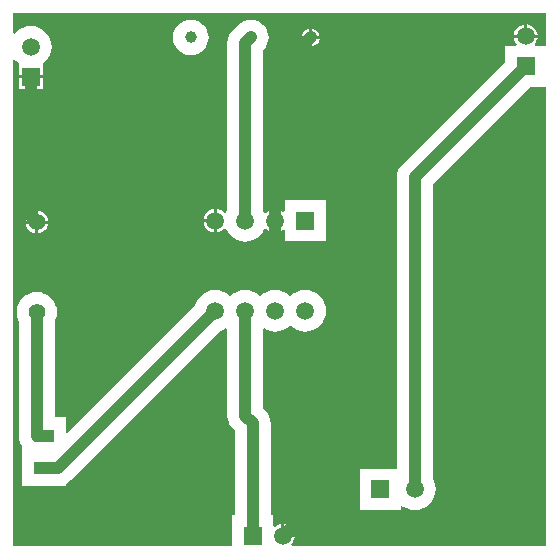
<source format=gtl>
G04 Layer_Physical_Order=1*
G04 Layer_Color=255*
%FSAX25Y25*%
%MOIN*%
G70*
G01*
G75*
%ADD10R,0.06693X0.04331*%
%ADD11C,0.03937*%
%ADD12R,0.05906X0.05906*%
%ADD13C,0.05906*%
%ADD14C,0.03937*%
%ADD15R,0.05906X0.05906*%
%ADD16C,0.05512*%
G36*
X0387166Y0476390D02*
X0383726D01*
X0383479Y0476890D01*
X0383953Y0477507D01*
X0384351Y0478468D01*
X0384421Y0479000D01*
X0380500D01*
X0376579D01*
X0376649Y0478468D01*
X0377047Y0477507D01*
X0377521Y0476890D01*
X0377274Y0476390D01*
X0373610D01*
Y0471002D01*
X0339304Y0436696D01*
X0338566Y0435797D01*
X0338018Y0434771D01*
X0337680Y0433658D01*
X0337566Y0432500D01*
Y0335390D01*
X0325110D01*
Y0321610D01*
X0338890D01*
Y0322786D01*
X0339342Y0323000D01*
X0339654Y0322744D01*
X0340851Y0322104D01*
X0342149Y0321710D01*
X0343500Y0321577D01*
X0344851Y0321710D01*
X0346149Y0322104D01*
X0347346Y0322744D01*
X0348395Y0323605D01*
X0349256Y0324654D01*
X0349896Y0325851D01*
X0350290Y0327149D01*
X0350423Y0328500D01*
X0350290Y0329851D01*
X0349896Y0331149D01*
X0349434Y0332014D01*
Y0430042D01*
X0382002Y0462610D01*
X0387166D01*
Y0309685D01*
X0302450D01*
X0302290Y0310158D01*
X0302319Y0310181D01*
X0302953Y0311007D01*
X0303351Y0311968D01*
X0303421Y0312500D01*
X0299500D01*
Y0313000D01*
X0299000D01*
Y0316921D01*
X0298468Y0316851D01*
X0297507Y0316453D01*
X0296890Y0315979D01*
X0296390Y0316226D01*
Y0319890D01*
X0295434D01*
Y0350500D01*
X0295320Y0351658D01*
X0294982Y0352771D01*
X0294434Y0353797D01*
X0293696Y0354696D01*
X0292934Y0355458D01*
Y0381794D01*
X0293434Y0382094D01*
X0294351Y0381604D01*
X0295649Y0381210D01*
X0297000Y0381077D01*
X0298351Y0381210D01*
X0299649Y0381604D01*
X0300846Y0382244D01*
X0301634Y0382890D01*
X0302000Y0383057D01*
X0302366Y0382890D01*
X0303154Y0382244D01*
X0304351Y0381604D01*
X0305649Y0381210D01*
X0307000Y0381077D01*
X0308351Y0381210D01*
X0309649Y0381604D01*
X0310846Y0382244D01*
X0311895Y0383105D01*
X0312756Y0384154D01*
X0313396Y0385351D01*
X0313790Y0386649D01*
X0313923Y0388000D01*
X0313790Y0389351D01*
X0313396Y0390649D01*
X0312756Y0391846D01*
X0311895Y0392895D01*
X0310846Y0393756D01*
X0309649Y0394396D01*
X0308351Y0394790D01*
X0307000Y0394923D01*
X0305649Y0394790D01*
X0304351Y0394396D01*
X0303154Y0393756D01*
X0302366Y0393110D01*
X0302000Y0392943D01*
X0301634Y0393110D01*
X0300846Y0393756D01*
X0299649Y0394396D01*
X0298351Y0394790D01*
X0297000Y0394923D01*
X0295649Y0394790D01*
X0294351Y0394396D01*
X0293154Y0393756D01*
X0292366Y0393110D01*
X0292000Y0392943D01*
X0291634Y0393110D01*
X0290846Y0393756D01*
X0289649Y0394396D01*
X0288351Y0394790D01*
X0287000Y0394923D01*
X0285649Y0394790D01*
X0284351Y0394396D01*
X0283154Y0393756D01*
X0282366Y0393110D01*
X0282000Y0392943D01*
X0281634Y0393110D01*
X0280846Y0393756D01*
X0279649Y0394396D01*
X0278351Y0394790D01*
X0277000Y0394923D01*
X0275649Y0394790D01*
X0274351Y0394396D01*
X0273154Y0393756D01*
X0272105Y0392895D01*
X0271244Y0391846D01*
X0270604Y0390649D01*
X0270319Y0389711D01*
X0227745Y0347137D01*
X0227284Y0347329D01*
Y0352417D01*
X0223434D01*
Y0384404D01*
X0223713Y0384926D01*
X0224096Y0386188D01*
X0224225Y0387500D01*
X0224096Y0388812D01*
X0223713Y0390074D01*
X0223092Y0391236D01*
X0222255Y0392255D01*
X0221236Y0393092D01*
X0220074Y0393713D01*
X0218812Y0394096D01*
X0217500Y0394225D01*
X0216188Y0394096D01*
X0214926Y0393713D01*
X0213764Y0393092D01*
X0212744Y0392255D01*
X0211908Y0391236D01*
X0211287Y0390074D01*
X0210904Y0388812D01*
X0210775Y0387500D01*
X0210904Y0386188D01*
X0211287Y0384926D01*
X0211566Y0384404D01*
Y0346315D01*
X0211680Y0345157D01*
X0212018Y0344044D01*
X0212566Y0343018D01*
X0212717Y0342835D01*
Y0340213D01*
Y0329583D01*
X0227284D01*
Y0330378D01*
X0227982Y0330751D01*
X0228881Y0331489D01*
X0278711Y0381319D01*
X0279649Y0381604D01*
X0280566Y0382094D01*
X0281066Y0381794D01*
Y0353000D01*
X0281180Y0351842D01*
X0281518Y0350729D01*
X0282066Y0349703D01*
X0282804Y0348804D01*
X0283566Y0348042D01*
Y0319890D01*
X0282610D01*
Y0309685D01*
X0209685D01*
Y0471437D01*
X0210185Y0471616D01*
X0210605Y0471105D01*
X0211423Y0470433D01*
X0211547Y0469953D01*
X0211547D01*
X0211547Y0469953D01*
Y0466500D01*
X0215500D01*
X0219453D01*
Y0469953D01*
X0219453Y0469953D01*
X0219453D01*
X0219568Y0470426D01*
X0220395Y0471105D01*
X0221256Y0472154D01*
X0221896Y0473351D01*
X0222290Y0474649D01*
X0222423Y0476000D01*
X0222290Y0477351D01*
X0221896Y0478649D01*
X0221256Y0479846D01*
X0220395Y0480895D01*
X0219346Y0481756D01*
X0218149Y0482396D01*
X0216851Y0482790D01*
X0215500Y0482923D01*
X0214149Y0482790D01*
X0212851Y0482396D01*
X0211654Y0481756D01*
X0210605Y0480895D01*
X0210185Y0480384D01*
X0209685Y0480563D01*
Y0487166D01*
X0387166D01*
Y0476390D01*
D02*
G37*
%LPC*%
G36*
X0381000Y0483421D02*
Y0480000D01*
X0384421D01*
X0384351Y0480532D01*
X0383953Y0481493D01*
X0383319Y0482319D01*
X0382493Y0482953D01*
X0381532Y0483351D01*
X0381000Y0483421D01*
D02*
G37*
G36*
X0380000D02*
X0379468Y0483351D01*
X0378507Y0482953D01*
X0377681Y0482319D01*
X0377047Y0481493D01*
X0376649Y0480532D01*
X0376579Y0480000D01*
X0380000D01*
Y0483421D01*
D02*
G37*
G36*
X0309323Y0482050D02*
Y0479622D01*
X0311751D01*
X0311715Y0479897D01*
X0311416Y0480619D01*
X0310940Y0481239D01*
X0310320Y0481715D01*
X0309598Y0482014D01*
X0309323Y0482050D01*
D02*
G37*
G36*
X0308323D02*
X0308048Y0482014D01*
X0307326Y0481715D01*
X0306706Y0481239D01*
X0306230Y0480619D01*
X0305931Y0479897D01*
X0305894Y0479622D01*
X0308323D01*
Y0482050D01*
D02*
G37*
G36*
X0311751Y0478622D02*
X0309323D01*
Y0476194D01*
X0309598Y0476230D01*
X0310320Y0476529D01*
X0310940Y0477005D01*
X0311416Y0477625D01*
X0311715Y0478347D01*
X0311751Y0478622D01*
D02*
G37*
G36*
X0308323D02*
X0305894D01*
X0305931Y0478347D01*
X0306230Y0477625D01*
X0306706Y0477005D01*
X0307326Y0476529D01*
X0308048Y0476230D01*
X0308323Y0476194D01*
Y0478622D01*
D02*
G37*
G36*
X0268823Y0485056D02*
X0267665Y0484942D01*
X0266552Y0484604D01*
X0265526Y0484056D01*
X0264627Y0483318D01*
X0263889Y0482419D01*
X0263340Y0481393D01*
X0263003Y0480280D01*
X0262889Y0479122D01*
X0263003Y0477964D01*
X0263340Y0476851D01*
X0263889Y0475825D01*
X0264627Y0474926D01*
X0265526Y0474188D01*
X0266552Y0473640D01*
X0267665Y0473302D01*
X0268823Y0473188D01*
X0269981Y0473302D01*
X0271094Y0473640D01*
X0272120Y0474188D01*
X0273019Y0474926D01*
X0273757Y0475825D01*
X0274305Y0476851D01*
X0274643Y0477964D01*
X0274757Y0479122D01*
X0274643Y0480280D01*
X0274305Y0481393D01*
X0273757Y0482419D01*
X0273019Y0483318D01*
X0272120Y0484056D01*
X0271094Y0484604D01*
X0269981Y0484942D01*
X0268823Y0485056D01*
D02*
G37*
G36*
X0219453Y0465500D02*
X0216000D01*
Y0462047D01*
X0219453D01*
Y0465500D01*
D02*
G37*
G36*
X0215000D02*
X0211547D01*
Y0462047D01*
X0215000D01*
Y0465500D01*
D02*
G37*
G36*
X0313890Y0424890D02*
X0300110D01*
Y0421226D01*
X0299610Y0420979D01*
X0298993Y0421453D01*
X0298032Y0421851D01*
X0297500Y0421921D01*
Y0418000D01*
Y0414079D01*
X0298032Y0414149D01*
X0298993Y0414547D01*
X0299610Y0415021D01*
X0300110Y0414774D01*
Y0411110D01*
X0313890D01*
Y0424890D01*
D02*
G37*
G36*
X0288823Y0485056D02*
X0287665Y0484942D01*
X0286552Y0484604D01*
X0285526Y0484056D01*
X0284627Y0483318D01*
X0282804Y0481495D01*
X0282066Y0480596D01*
X0281518Y0479570D01*
X0281180Y0478457D01*
X0281066Y0477299D01*
Y0421514D01*
X0280604Y0420649D01*
X0280577Y0420562D01*
X0280085Y0420472D01*
X0279819Y0420819D01*
X0278993Y0421453D01*
X0278032Y0421851D01*
X0277500Y0421921D01*
Y0418000D01*
Y0414079D01*
X0278032Y0414149D01*
X0278993Y0414547D01*
X0279819Y0415181D01*
X0280085Y0415528D01*
X0280577Y0415438D01*
X0280604Y0415351D01*
X0281244Y0414154D01*
X0282105Y0413105D01*
X0283154Y0412244D01*
X0284351Y0411604D01*
X0285649Y0411210D01*
X0287000Y0411077D01*
X0288351Y0411210D01*
X0289649Y0411604D01*
X0290846Y0412244D01*
X0291895Y0413105D01*
X0292756Y0414154D01*
X0293396Y0415351D01*
X0293423Y0415438D01*
X0293915Y0415528D01*
X0294181Y0415181D01*
X0295007Y0414547D01*
X0295968Y0414149D01*
X0296500Y0414079D01*
Y0418000D01*
Y0421921D01*
X0295968Y0421851D01*
X0295007Y0421453D01*
X0294181Y0420819D01*
X0293915Y0420472D01*
X0293423Y0420562D01*
X0293396Y0420649D01*
X0292934Y0421514D01*
Y0474841D01*
X0293019Y0474926D01*
X0293757Y0475825D01*
X0294305Y0476851D01*
X0294643Y0477964D01*
X0294757Y0479122D01*
X0294643Y0480280D01*
X0294305Y0481393D01*
X0293757Y0482419D01*
X0293019Y0483318D01*
X0292120Y0484056D01*
X0291094Y0484604D01*
X0289981Y0484942D01*
X0288823Y0485056D01*
D02*
G37*
G36*
X0276500Y0421921D02*
X0275968Y0421851D01*
X0275007Y0421453D01*
X0274181Y0420819D01*
X0273547Y0419993D01*
X0273149Y0419032D01*
X0273079Y0418500D01*
X0276500D01*
Y0421921D01*
D02*
G37*
G36*
X0218000Y0421222D02*
Y0418000D01*
X0221222D01*
X0221159Y0418480D01*
X0220781Y0419394D01*
X0220179Y0420179D01*
X0219394Y0420781D01*
X0218480Y0421159D01*
X0218000Y0421222D01*
D02*
G37*
G36*
X0217000D02*
X0216519Y0421159D01*
X0215606Y0420781D01*
X0214821Y0420179D01*
X0214219Y0419394D01*
X0213841Y0418480D01*
X0213777Y0418000D01*
X0217000D01*
Y0421222D01*
D02*
G37*
G36*
X0276500Y0417500D02*
X0273079D01*
X0273149Y0416968D01*
X0273547Y0416007D01*
X0274181Y0415181D01*
X0275007Y0414547D01*
X0275968Y0414149D01*
X0276500Y0414079D01*
Y0417500D01*
D02*
G37*
G36*
X0221222Y0417000D02*
X0218000D01*
Y0413777D01*
X0218480Y0413841D01*
X0219394Y0414219D01*
X0220179Y0414821D01*
X0220781Y0415606D01*
X0221159Y0416519D01*
X0221222Y0417000D01*
D02*
G37*
G36*
X0217000D02*
X0213777D01*
X0213841Y0416519D01*
X0214219Y0415606D01*
X0214821Y0414821D01*
X0215606Y0414219D01*
X0216519Y0413841D01*
X0217000Y0413777D01*
Y0417000D01*
D02*
G37*
G36*
X0300000Y0316921D02*
Y0313500D01*
X0303421D01*
X0303351Y0314032D01*
X0302953Y0314993D01*
X0302319Y0315819D01*
X0301493Y0316453D01*
X0300532Y0316851D01*
X0300000Y0316921D01*
D02*
G37*
%LPD*%
D10*
X0220000Y0335685D02*
D03*
Y0346315D02*
D03*
D11*
X0217500D02*
Y0387500D01*
X0215500Y0419500D02*
Y0466000D01*
Y0419500D02*
X0217500Y0417500D01*
Y0346315D02*
X0220000D01*
Y0335685D02*
X0224685D01*
X0277000Y0388000D01*
X0287000Y0418000D02*
Y0477299D01*
X0288823Y0479122D01*
X0297000Y0410000D02*
Y0418000D01*
Y0410000D02*
X0304000Y0403000D01*
X0310000D01*
X0315900Y0397100D01*
Y0329400D02*
Y0397100D01*
X0299500Y0313000D02*
X0315900Y0329400D01*
X0343500Y0432500D02*
X0380500Y0469500D01*
X0343500Y0328500D02*
Y0432500D01*
X0297000Y0418000D02*
Y0467299D01*
X0308823Y0479122D01*
X0287000Y0353000D02*
Y0388000D01*
Y0353000D02*
X0289500Y0350500D01*
Y0313000D02*
Y0350500D01*
D12*
X0215500Y0466000D02*
D03*
X0380500Y0469500D02*
D03*
X0307000Y0418000D02*
D03*
D13*
X0215500Y0476000D02*
D03*
X0380500Y0479500D02*
D03*
X0343500Y0328500D02*
D03*
X0277000Y0388000D02*
D03*
X0287000D02*
D03*
X0297000D02*
D03*
X0307000D02*
D03*
X0277000Y0418000D02*
D03*
X0287000D02*
D03*
X0297000D02*
D03*
X0299500Y0313000D02*
D03*
D14*
X0268823Y0479122D02*
D03*
X0288823D02*
D03*
X0308823D02*
D03*
D15*
X0332000Y0328500D02*
D03*
X0289500Y0313000D02*
D03*
D16*
X0217500Y0387500D02*
D03*
Y0417500D02*
D03*
M02*

</source>
